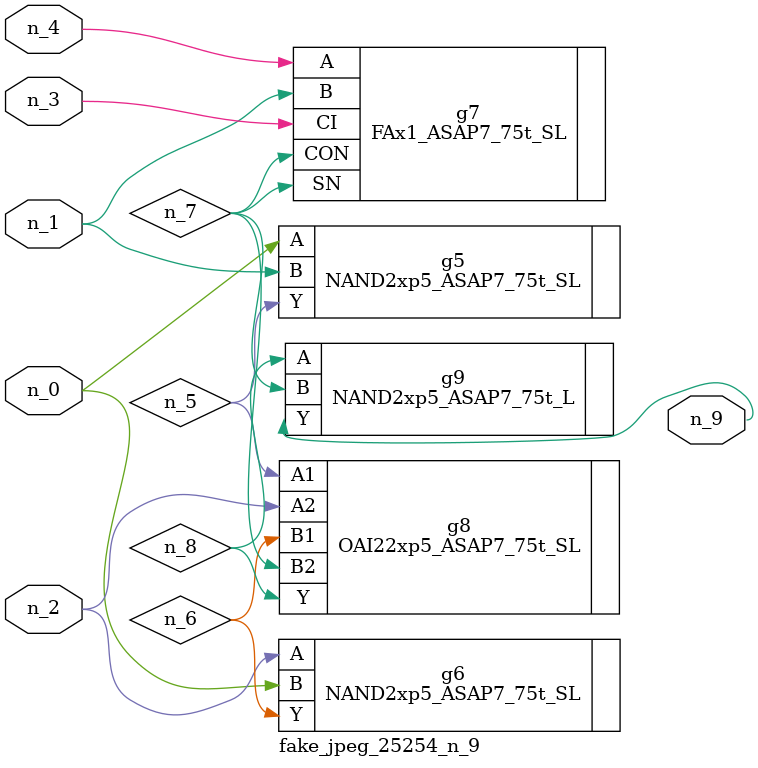
<source format=v>
module fake_jpeg_25254_n_9 (n_3, n_2, n_1, n_0, n_4, n_9);

input n_3;
input n_2;
input n_1;
input n_0;
input n_4;

output n_9;

wire n_8;
wire n_6;
wire n_5;
wire n_7;

NAND2xp5_ASAP7_75t_SL g5 ( 
.A(n_0),
.B(n_1),
.Y(n_5)
);

NAND2xp5_ASAP7_75t_SL g6 ( 
.A(n_2),
.B(n_0),
.Y(n_6)
);

FAx1_ASAP7_75t_SL g7 ( 
.A(n_4),
.B(n_1),
.CI(n_3),
.CON(n_7),
.SN(n_7)
);

OAI22xp5_ASAP7_75t_SL g8 ( 
.A1(n_5),
.A2(n_2),
.B1(n_6),
.B2(n_7),
.Y(n_8)
);

NAND2xp5_ASAP7_75t_L g9 ( 
.A(n_8),
.B(n_7),
.Y(n_9)
);


endmodule
</source>
